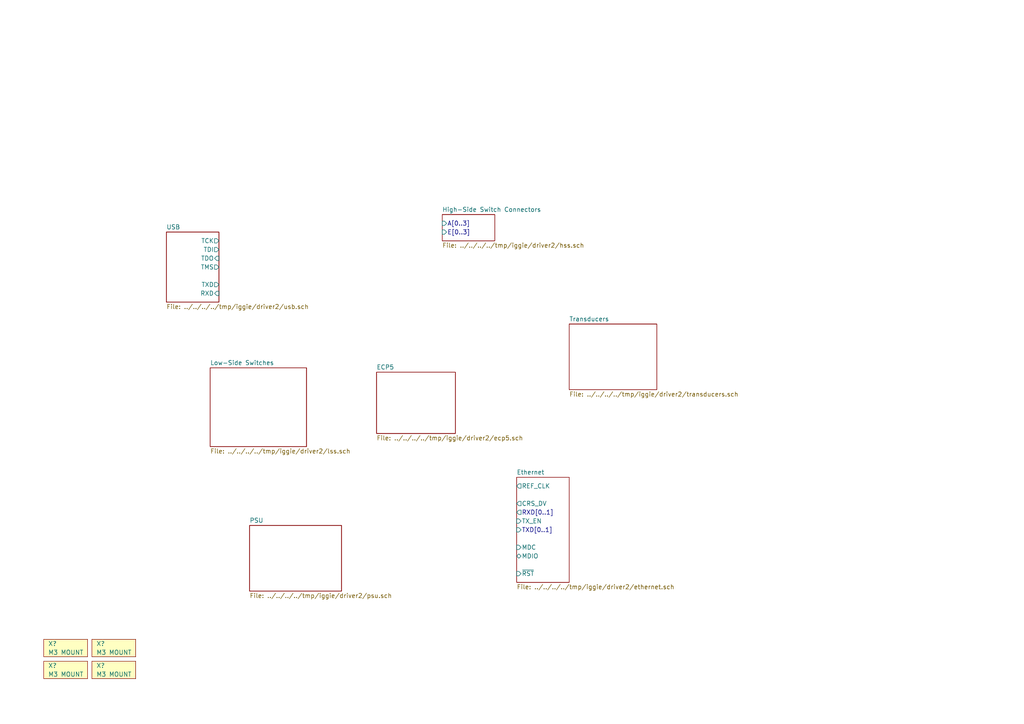
<source format=kicad_sch>
(kicad_sch (version 20230121) (generator eeschema)
  (paper "A4")
  (lib_symbols
    (symbol "driver-rescue:PART-agg-kicad" (pin_names (offset 1.016))
      (property "Reference" "X" (at 1.27 2.54 0))
      (property "Value" "agg-kicad_PART" (at 1.27 0 0))
      (symbol "PART-agg-kicad_0_1"
        (rectangle (start 0 3.81) (end 12.7 -1.27) (fill (type background)))
      )
    )
  )
  (symbol (lib_id "driver-rescue:PART-agg-kicad") (at 12.7 195.58 0) (unit 1)
    (property "Reference" "X?" (at 13.97 193.04 0) (effects (justify left)))
    (property "Value" "M3 MOUNT" (at 13.97 195.58 0) (effects (justify left)))
    (property "Footprint" "agg:M3_MOUNT" (effects hide))
  )
  (symbol (lib_id "driver-rescue:PART-agg-kicad") (at 26.67 195.58 0) (unit 1)
    (property "Reference" "X?" (at 27.94 193.04 0) (effects (justify left)))
    (property "Value" "M3 MOUNT" (at 27.94 195.58 0) (effects (justify left)))
    (property "Footprint" "agg:M3_MOUNT" (effects hide))
  )
  (symbol (lib_id "driver-rescue:PART-agg-kicad") (at 12.7 189.23 0) (unit 1)
    (property "Reference" "X?" (at 13.97 186.69 0) (effects (justify left)))
    (property "Value" "M3 MOUNT" (at 13.97 189.23 0) (effects (justify left)))
    (property "Footprint" "agg:M3_MOUNT" (effects hide))
  )
  (symbol (lib_id "driver-rescue:PART-agg-kicad") (at 26.67 189.23 0) (unit 1)
    (property "Reference" "X?" (at 27.94 186.69 0) (effects (justify left)))
    (property "Value" "M3 MOUNT" (at 27.94 189.23 0) (effects (justify left)))
    (property "Footprint" "agg:M3_MOUNT" (effects hide))
  )
  (sheet (at 109.22 107.95) (size 22.86 17.78)
    (property "Sheetname" "ECP5" (at 109.22 107.2384 0) (effects (justify left bottom)))
    (property "Sheetfile" "../../../../tmp/iggie/driver2/ecp5.sch" (at 109.22 126.3146 0) (effects (justify left top)))
  )
  (sheet (at 60.96 106.68) (size 27.94 22.86)
    (property "Sheetname" "Low-Side Switches" (at 60.96 105.9684 0) (effects (justify left bottom)))
    (property "Sheetfile" "../../../../tmp/iggie/driver2/lss.sch" (at 60.96 130.1246 0) (effects (justify left top)))
  )
  (sheet (at 149.86 138.43) (size 15.24 30.48)
    (property "Sheetname" "Ethernet" (at 149.86 137.7184 0) (effects (justify left bottom)))
    (property "Sheetfile" "../../../../tmp/iggie/driver2/ethernet.sch" (at 149.86 169.4946 0) (effects (justify left top)))
    (pin "CRS_DV" output (at 149.86 146.05 180))
    (pin "REF_CLK" output (at 149.86 140.97 180))
    (pin "TX_EN" input (at 149.86 151.13 180))
    (pin "RXD[0..1]" output (at 149.86 148.59 180))
    (pin "TXD[0..1]" input (at 149.86 153.67 180))
    (pin "MDIO" bidirectional (at 149.86 161.29 180))
    (pin "MDC" input (at 149.86 158.75 180))
    (pin "~{RST}" input (at 149.86 166.37 180))
  )
  (sheet (at 72.39 152.4) (size 26.67 19.05)
    (property "Sheetname" "PSU" (at 72.39 151.6884 0) (effects (justify left bottom)))
    (property "Sheetfile" "../../../../tmp/iggie/driver2/psu.sch" (at 72.39 172.0346 0) (effects (justify left top)))
  )
  (sheet (at 128.27 62.23) (size 15.24 7.62)
    (property "Sheetname" "High-Side Switch Connectors" (at 128.27 61.5184 0) (effects (justify left bottom)))
    (property "Sheetfile" "../../../../tmp/iggie/driver2/hss.sch" (at 128.27 70.4346 0) (effects (justify left top)))
    (pin "A[0..3]" input (at 128.27 64.77 180))
    (pin "E[0..3]" input (at 128.27 67.31 180))
  )
  (sheet (at 48.26 67.31) (size 15.24 20.32)
    (property "Sheetname" "USB" (at 48.26 66.5984 0) (effects (justify left bottom)))
    (property "Sheetfile" "../../../../tmp/iggie/driver2/usb.sch" (at 48.26 88.2146 0) (effects (justify left top)))
    (pin "TCK" output (at 63.5 69.85 0))
    (pin "TDI" output (at 63.5 72.39 0))
    (pin "TDO" input (at 63.5 74.93 0))
    (pin "TMS" output (at 63.5 77.47 0))
    (pin "TXD" output (at 63.5 82.55 0))
    (pin "RXD" input (at 63.5 85.09 0))
  )
  (sheet (at 165.1 93.98) (size 25.4 19.05)
    (property "Sheetname" "Transducers" (at 165.1 93.2684 0) (effects (justify left bottom)))
    (property "Sheetfile" "../../../../tmp/iggie/driver2/transducers.sch" (at 165.1 113.6146 0) (effects (justify left top)))
  )
)
</source>
